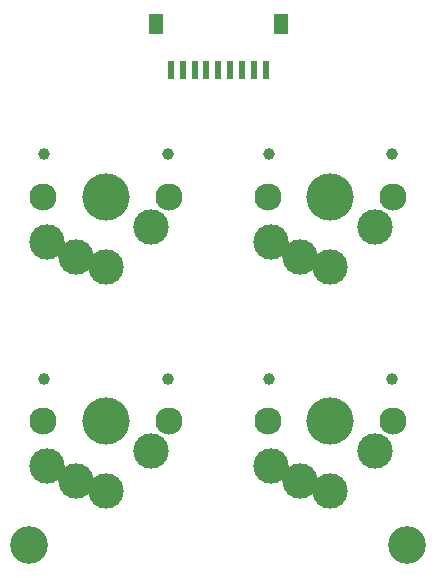
<source format=gts>
G04 #@! TF.GenerationSoftware,KiCad,Pcbnew,7.0.8*
G04 #@! TF.CreationDate,2023-10-19T20:53:45-07:00*
G04 #@! TF.ProjectId,Seismos_4-Thumb,53656973-6d6f-4735-9f34-2d5468756d62,rev?*
G04 #@! TF.SameCoordinates,Original*
G04 #@! TF.FileFunction,Soldermask,Top*
G04 #@! TF.FilePolarity,Negative*
%FSLAX46Y46*%
G04 Gerber Fmt 4.6, Leading zero omitted, Abs format (unit mm)*
G04 Created by KiCad (PCBNEW 7.0.8) date 2023-10-19 20:53:45*
%MOMM*%
%LPD*%
G01*
G04 APERTURE LIST*
%ADD10C,3.200000*%
%ADD11C,2.300000*%
%ADD12C,1.000000*%
%ADD13C,3.000000*%
%ADD14C,4.000000*%
%ADD15R,0.600000X1.550000*%
%ADD16R,1.200000X1.800000*%
G04 APERTURE END LIST*
D10*
X40500000Y-70500000D03*
X72500000Y-70500000D03*
D11*
X41700000Y-60000000D03*
D12*
X41780000Y-56384200D03*
D13*
X42000000Y-63800000D03*
X44460000Y-65080000D03*
D14*
X47000000Y-60000000D03*
D13*
X47000000Y-65900000D03*
X50810000Y-62540000D03*
D12*
X52220000Y-56384200D03*
D11*
X52300000Y-60000000D03*
X41700000Y-41000000D03*
D12*
X41780000Y-37384200D03*
D13*
X42000000Y-44800000D03*
X44460000Y-46080000D03*
D14*
X47000000Y-41000000D03*
D13*
X47000000Y-46900000D03*
X50810000Y-43540000D03*
D12*
X52220000Y-37384200D03*
D11*
X52300000Y-41000000D03*
X60700000Y-60000000D03*
D12*
X60780000Y-56384200D03*
D13*
X61000000Y-63800000D03*
X63460000Y-65080000D03*
D14*
X66000000Y-60000000D03*
D13*
X66000000Y-65900000D03*
X69810000Y-62540000D03*
D12*
X71220000Y-56384200D03*
D11*
X71300000Y-60000000D03*
X60700000Y-41000000D03*
D12*
X60780000Y-37384200D03*
D13*
X61000000Y-44800000D03*
X63460000Y-46080000D03*
D14*
X66000000Y-41000000D03*
D13*
X66000000Y-46900000D03*
X69810000Y-43540000D03*
D12*
X71220000Y-37384200D03*
D11*
X71300000Y-41000000D03*
D15*
X60500000Y-30275000D03*
X59500000Y-30275000D03*
X58500000Y-30275000D03*
X57500000Y-30275000D03*
X56500000Y-30275000D03*
X55500000Y-30275000D03*
X54500000Y-30275000D03*
X53500000Y-30275000D03*
X52500000Y-30275000D03*
D16*
X61800000Y-26400000D03*
X51200000Y-26400000D03*
M02*

</source>
